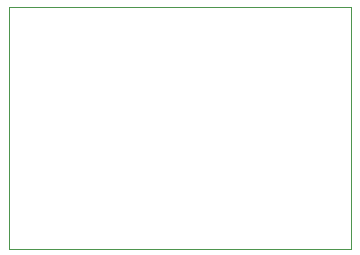
<source format=gbr>
%TF.GenerationSoftware,KiCad,Pcbnew,9.0.1*%
%TF.CreationDate,2025-05-02T23:13:34-05:00*%
%TF.ProjectId,Divisor pcb,44697669-736f-4722-9070-63622e6b6963,rev?*%
%TF.SameCoordinates,Original*%
%TF.FileFunction,Profile,NP*%
%FSLAX46Y46*%
G04 Gerber Fmt 4.6, Leading zero omitted, Abs format (unit mm)*
G04 Created by KiCad (PCBNEW 9.0.1) date 2025-05-02 23:13:34*
%MOMM*%
%LPD*%
G01*
G04 APERTURE LIST*
%TA.AperFunction,Profile*%
%ADD10C,0.050000*%
%TD*%
G04 APERTURE END LIST*
D10*
X128000000Y-80000000D02*
X157000000Y-80000000D01*
X157000000Y-100500000D01*
X128000000Y-100500000D01*
X128000000Y-80000000D01*
M02*

</source>
